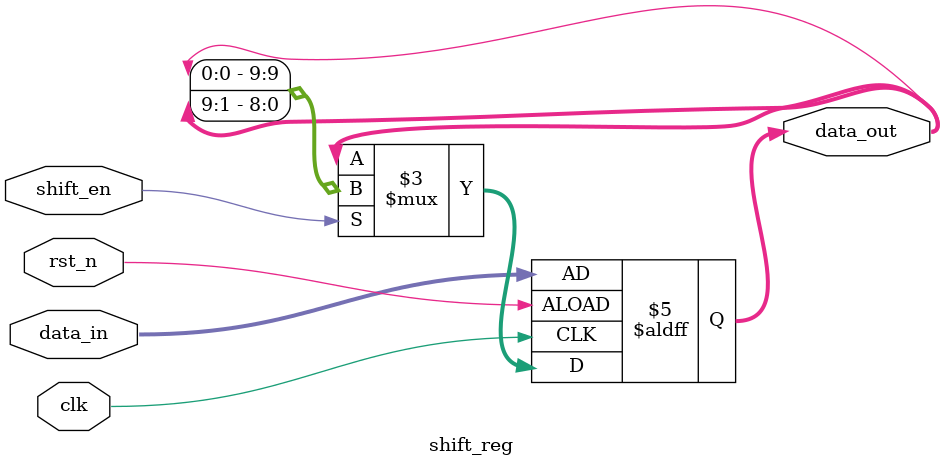
<source format=v>

module shift_reg
#(
  parameter WIDTH=10
)
(
 input                  clk,
 input                  rst_n,
 input [WIDTH-1:0]      data_in,
 input                  shift_en,
 
 output reg [WIDTH-1:0] data_out  
 );

      
   always@(posedge clk or negedge rst_n)
     begin
        if(!rst_n)
          data_out <= data_in;
        else if(shift_en)
          data_out <= {data_out[0],data_out[WIDTH-1:1]};
     end
   
endmodule // shift_reg


</source>
